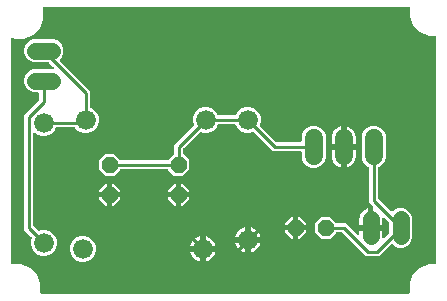
<source format=gbr>
G04 EAGLE Gerber RS-274X export*
G75*
%MOMM*%
%FSLAX34Y34*%
%LPD*%
%INTop Copper*%
%IPPOS*%
%AMOC8*
5,1,8,0,0,1.08239X$1,22.5*%
G01*
%ADD10C,1.422400*%
%ADD11P,1.429621X8X292.500000*%
%ADD12P,1.429621X8X202.500000*%
%ADD13C,1.676400*%
%ADD14C,1.524000*%
%ADD15C,0.254000*%

G36*
X346988Y10176D02*
X346988Y10176D01*
X347107Y10183D01*
X347145Y10196D01*
X347186Y10201D01*
X347296Y10244D01*
X347409Y10281D01*
X347444Y10303D01*
X347481Y10318D01*
X347577Y10387D01*
X347678Y10451D01*
X347706Y10481D01*
X347739Y10504D01*
X347815Y10596D01*
X347896Y10683D01*
X347916Y10718D01*
X347941Y10749D01*
X347992Y10857D01*
X348050Y10961D01*
X348060Y11001D01*
X348077Y11037D01*
X348099Y11154D01*
X348129Y11269D01*
X348133Y11329D01*
X348137Y11349D01*
X348135Y11370D01*
X348139Y11430D01*
X348139Y19250D01*
X351209Y26660D01*
X356880Y32331D01*
X364290Y35401D01*
X369370Y35401D01*
X369488Y35416D01*
X369607Y35423D01*
X369645Y35436D01*
X369686Y35441D01*
X369796Y35484D01*
X369909Y35521D01*
X369944Y35543D01*
X369981Y35558D01*
X370077Y35627D01*
X370178Y35691D01*
X370206Y35721D01*
X370239Y35744D01*
X370315Y35836D01*
X370396Y35923D01*
X370416Y35958D01*
X370441Y35989D01*
X370492Y36097D01*
X370550Y36201D01*
X370560Y36241D01*
X370577Y36277D01*
X370599Y36394D01*
X370629Y36509D01*
X370633Y36569D01*
X370637Y36589D01*
X370635Y36610D01*
X370639Y36670D01*
X370639Y227490D01*
X370624Y227608D01*
X370617Y227727D01*
X370604Y227765D01*
X370599Y227806D01*
X370556Y227916D01*
X370519Y228029D01*
X370497Y228064D01*
X370482Y228101D01*
X370413Y228197D01*
X370349Y228298D01*
X370319Y228326D01*
X370296Y228359D01*
X370204Y228435D01*
X370117Y228516D01*
X370082Y228536D01*
X370051Y228561D01*
X369943Y228612D01*
X369839Y228670D01*
X369799Y228680D01*
X369763Y228697D01*
X369646Y228719D01*
X369531Y228749D01*
X369471Y228753D01*
X369451Y228757D01*
X369430Y228755D01*
X369370Y228759D01*
X364290Y228759D01*
X356880Y231829D01*
X351209Y237500D01*
X348139Y244910D01*
X348139Y251970D01*
X348124Y252088D01*
X348117Y252207D01*
X348104Y252245D01*
X348099Y252286D01*
X348056Y252396D01*
X348019Y252509D01*
X347997Y252544D01*
X347982Y252581D01*
X347913Y252677D01*
X347849Y252778D01*
X347819Y252806D01*
X347796Y252839D01*
X347704Y252915D01*
X347617Y252996D01*
X347582Y253016D01*
X347551Y253041D01*
X347443Y253092D01*
X347339Y253150D01*
X347299Y253160D01*
X347263Y253177D01*
X347146Y253199D01*
X347031Y253229D01*
X346971Y253233D01*
X346951Y253237D01*
X346930Y253235D01*
X346870Y253239D01*
X38660Y253239D01*
X38611Y253233D01*
X38561Y253235D01*
X38454Y253213D01*
X38345Y253199D01*
X38298Y253181D01*
X38250Y253171D01*
X38151Y253123D01*
X38049Y253082D01*
X38009Y253053D01*
X37964Y253031D01*
X37881Y252960D01*
X37792Y252896D01*
X37760Y252857D01*
X37722Y252825D01*
X37659Y252735D01*
X37589Y252651D01*
X37568Y252606D01*
X37539Y252565D01*
X37500Y252462D01*
X37453Y252363D01*
X37444Y252314D01*
X37426Y252268D01*
X37414Y252158D01*
X37393Y252051D01*
X37397Y252001D01*
X37391Y251952D01*
X37406Y251843D01*
X37413Y251733D01*
X37429Y251686D01*
X37435Y251637D01*
X37488Y251484D01*
X37941Y250390D01*
X37941Y242370D01*
X34871Y234960D01*
X29200Y229289D01*
X21790Y226219D01*
X13770Y226219D01*
X11916Y226987D01*
X11868Y227000D01*
X11823Y227022D01*
X11715Y227042D01*
X11609Y227071D01*
X11559Y227072D01*
X11510Y227081D01*
X11401Y227075D01*
X11291Y227076D01*
X11243Y227065D01*
X11193Y227062D01*
X11089Y227028D01*
X10982Y227002D01*
X10938Y226979D01*
X10891Y226964D01*
X10798Y226905D01*
X10701Y226853D01*
X10664Y226820D01*
X10622Y226793D01*
X10547Y226713D01*
X10465Y226639D01*
X10438Y226598D01*
X10404Y226562D01*
X10351Y226466D01*
X10291Y226374D01*
X10274Y226327D01*
X10250Y226283D01*
X10223Y226177D01*
X10187Y226073D01*
X10183Y226023D01*
X10171Y225975D01*
X10161Y225815D01*
X10161Y36670D01*
X10176Y36552D01*
X10183Y36433D01*
X10196Y36395D01*
X10201Y36354D01*
X10244Y36244D01*
X10281Y36131D01*
X10303Y36096D01*
X10318Y36059D01*
X10387Y35963D01*
X10451Y35862D01*
X10481Y35834D01*
X10504Y35801D01*
X10596Y35725D01*
X10683Y35644D01*
X10718Y35624D01*
X10749Y35599D01*
X10857Y35548D01*
X10961Y35490D01*
X11001Y35480D01*
X11037Y35463D01*
X11154Y35441D01*
X11269Y35411D01*
X11329Y35407D01*
X11349Y35403D01*
X11370Y35405D01*
X11430Y35401D01*
X19250Y35401D01*
X26660Y32331D01*
X32331Y26660D01*
X35401Y19250D01*
X35401Y11430D01*
X35416Y11312D01*
X35423Y11193D01*
X35436Y11155D01*
X35441Y11114D01*
X35484Y11004D01*
X35521Y10891D01*
X35543Y10856D01*
X35558Y10819D01*
X35627Y10723D01*
X35691Y10622D01*
X35721Y10594D01*
X35744Y10561D01*
X35836Y10485D01*
X35923Y10404D01*
X35958Y10384D01*
X35989Y10359D01*
X36097Y10308D01*
X36201Y10250D01*
X36241Y10240D01*
X36277Y10223D01*
X36394Y10201D01*
X36509Y10171D01*
X36569Y10167D01*
X36589Y10163D01*
X36610Y10165D01*
X36670Y10161D01*
X346870Y10161D01*
X346988Y10176D01*
G37*
%LPC*%
G36*
X35927Y42417D02*
X35927Y42417D01*
X31913Y44080D01*
X28840Y47153D01*
X27177Y51167D01*
X27177Y55513D01*
X27837Y57106D01*
X27845Y57134D01*
X27858Y57160D01*
X27887Y57287D01*
X27921Y57412D01*
X27922Y57442D01*
X27928Y57471D01*
X27924Y57600D01*
X27926Y57730D01*
X27919Y57759D01*
X27918Y57789D01*
X27882Y57913D01*
X27852Y58040D01*
X27838Y58066D01*
X27830Y58094D01*
X27764Y58206D01*
X27703Y58321D01*
X27683Y58343D01*
X27668Y58368D01*
X27562Y58489D01*
X21589Y64462D01*
X21589Y161598D01*
X33918Y173927D01*
X33978Y174005D01*
X34046Y174077D01*
X34075Y174130D01*
X34112Y174178D01*
X34152Y174269D01*
X34200Y174356D01*
X34215Y174414D01*
X34239Y174470D01*
X34254Y174568D01*
X34279Y174664D01*
X34285Y174764D01*
X34289Y174784D01*
X34287Y174796D01*
X34289Y174824D01*
X34289Y179578D01*
X34274Y179696D01*
X34267Y179815D01*
X34254Y179853D01*
X34249Y179894D01*
X34206Y180004D01*
X34169Y180117D01*
X34147Y180152D01*
X34132Y180189D01*
X34063Y180285D01*
X33999Y180386D01*
X33969Y180414D01*
X33946Y180447D01*
X33854Y180523D01*
X33767Y180604D01*
X33732Y180624D01*
X33701Y180649D01*
X33593Y180700D01*
X33489Y180758D01*
X33449Y180768D01*
X33413Y180785D01*
X33296Y180807D01*
X33181Y180837D01*
X33121Y180841D01*
X33101Y180845D01*
X33080Y180843D01*
X33020Y180847D01*
X29068Y180847D01*
X25520Y182317D01*
X22805Y185032D01*
X21335Y188580D01*
X21335Y192420D01*
X22805Y195968D01*
X25520Y198683D01*
X29068Y200153D01*
X45394Y200153D01*
X45531Y200170D01*
X45670Y200183D01*
X45689Y200190D01*
X45709Y200193D01*
X45838Y200244D01*
X45969Y200291D01*
X45986Y200302D01*
X46005Y200310D01*
X46118Y200391D01*
X46233Y200469D01*
X46246Y200485D01*
X46262Y200496D01*
X46351Y200604D01*
X46443Y200708D01*
X46452Y200726D01*
X46465Y200741D01*
X46524Y200867D01*
X46588Y200991D01*
X46592Y201011D01*
X46601Y201029D01*
X46627Y201165D01*
X46657Y201301D01*
X46657Y201322D01*
X46661Y201341D01*
X46652Y201480D01*
X46648Y201619D01*
X46642Y201639D01*
X46641Y201659D01*
X46598Y201791D01*
X46559Y201925D01*
X46549Y201942D01*
X46543Y201961D01*
X46468Y202079D01*
X46398Y202199D01*
X46379Y202220D01*
X46373Y202230D01*
X46358Y202244D01*
X46291Y202319D01*
X42735Y205876D01*
X42657Y205936D01*
X42585Y206004D01*
X42532Y206033D01*
X42484Y206070D01*
X42393Y206110D01*
X42306Y206158D01*
X42248Y206173D01*
X42192Y206197D01*
X42094Y206212D01*
X41998Y206237D01*
X41898Y206243D01*
X41878Y206247D01*
X41866Y206245D01*
X41838Y206247D01*
X29068Y206247D01*
X25520Y207717D01*
X22805Y210432D01*
X21335Y213980D01*
X21335Y217820D01*
X22805Y221368D01*
X25520Y224083D01*
X29068Y225553D01*
X47132Y225553D01*
X50680Y224083D01*
X53395Y221368D01*
X54865Y217820D01*
X54865Y213980D01*
X53395Y210432D01*
X52074Y209111D01*
X52001Y209017D01*
X51922Y208927D01*
X51903Y208891D01*
X51879Y208859D01*
X51831Y208750D01*
X51777Y208644D01*
X51768Y208605D01*
X51752Y208567D01*
X51734Y208450D01*
X51708Y208334D01*
X51709Y208293D01*
X51702Y208253D01*
X51714Y208135D01*
X51717Y208016D01*
X51728Y207977D01*
X51732Y207937D01*
X51773Y207825D01*
X51806Y207710D01*
X51826Y207676D01*
X51840Y207637D01*
X51907Y207539D01*
X51967Y207436D01*
X52007Y207391D01*
X52018Y207374D01*
X52034Y207361D01*
X52074Y207316D01*
X74867Y184522D01*
X77471Y181918D01*
X77471Y168572D01*
X77474Y168543D01*
X77472Y168514D01*
X77494Y168385D01*
X77511Y168257D01*
X77521Y168229D01*
X77526Y168200D01*
X77580Y168082D01*
X77628Y167961D01*
X77645Y167937D01*
X77657Y167910D01*
X77738Y167809D01*
X77814Y167704D01*
X77837Y167685D01*
X77856Y167662D01*
X77959Y167584D01*
X78059Y167501D01*
X78086Y167488D01*
X78110Y167471D01*
X78254Y167400D01*
X79847Y166740D01*
X82920Y163667D01*
X84583Y159653D01*
X84583Y155307D01*
X82920Y151293D01*
X79847Y148220D01*
X75833Y146557D01*
X71487Y146557D01*
X67473Y148220D01*
X64935Y150758D01*
X64857Y150818D01*
X64785Y150886D01*
X64732Y150915D01*
X64684Y150952D01*
X64593Y150992D01*
X64507Y151040D01*
X64448Y151055D01*
X64392Y151079D01*
X64294Y151094D01*
X64199Y151119D01*
X64099Y151125D01*
X64078Y151129D01*
X64066Y151127D01*
X64038Y151129D01*
X49192Y151129D01*
X49163Y151126D01*
X49134Y151128D01*
X49005Y151106D01*
X48877Y151089D01*
X48849Y151079D01*
X48820Y151074D01*
X48702Y151020D01*
X48581Y150972D01*
X48557Y150955D01*
X48530Y150943D01*
X48429Y150862D01*
X48324Y150786D01*
X48305Y150763D01*
X48282Y150744D01*
X48204Y150641D01*
X48121Y150541D01*
X48108Y150514D01*
X48091Y150490D01*
X48020Y150346D01*
X47360Y148753D01*
X44287Y145680D01*
X40273Y144017D01*
X35927Y144017D01*
X31913Y145680D01*
X31377Y146215D01*
X31268Y146300D01*
X31161Y146389D01*
X31142Y146398D01*
X31126Y146410D01*
X30998Y146466D01*
X30873Y146525D01*
X30853Y146529D01*
X30834Y146537D01*
X30696Y146559D01*
X30560Y146585D01*
X30540Y146583D01*
X30520Y146587D01*
X30381Y146574D01*
X30243Y146565D01*
X30224Y146559D01*
X30204Y146557D01*
X30073Y146510D01*
X29941Y146467D01*
X29923Y146456D01*
X29904Y146449D01*
X29790Y146371D01*
X29672Y146297D01*
X29658Y146282D01*
X29641Y146271D01*
X29549Y146167D01*
X29454Y146065D01*
X29444Y146047D01*
X29431Y146032D01*
X29368Y145908D01*
X29300Y145787D01*
X29295Y145767D01*
X29286Y145749D01*
X29256Y145613D01*
X29221Y145479D01*
X29219Y145451D01*
X29216Y145439D01*
X29217Y145418D01*
X29211Y145318D01*
X29211Y68144D01*
X29223Y68046D01*
X29226Y67947D01*
X29243Y67889D01*
X29251Y67829D01*
X29287Y67737D01*
X29315Y67641D01*
X29345Y67589D01*
X29368Y67533D01*
X29426Y67453D01*
X29476Y67368D01*
X29542Y67292D01*
X29554Y67276D01*
X29564Y67268D01*
X29582Y67247D01*
X32951Y63878D01*
X32975Y63860D01*
X32994Y63837D01*
X33100Y63763D01*
X33202Y63683D01*
X33230Y63671D01*
X33254Y63654D01*
X33375Y63608D01*
X33494Y63557D01*
X33523Y63552D01*
X33551Y63542D01*
X33680Y63527D01*
X33808Y63507D01*
X33838Y63510D01*
X33867Y63506D01*
X33996Y63525D01*
X34125Y63537D01*
X34153Y63547D01*
X34182Y63551D01*
X34334Y63603D01*
X35927Y64263D01*
X40273Y64263D01*
X44287Y62600D01*
X47360Y59527D01*
X49023Y55513D01*
X49023Y51167D01*
X47360Y47153D01*
X44287Y44080D01*
X40273Y42417D01*
X35927Y42417D01*
G37*
%LPD*%
%LPC*%
G36*
X90192Y110235D02*
X90192Y110235D01*
X84835Y115592D01*
X84835Y123168D01*
X90192Y128525D01*
X97768Y128525D01*
X102730Y123562D01*
X102808Y123502D01*
X102880Y123434D01*
X102933Y123405D01*
X102981Y123368D01*
X103072Y123328D01*
X103159Y123280D01*
X103218Y123265D01*
X103273Y123241D01*
X103371Y123226D01*
X103467Y123201D01*
X103567Y123195D01*
X103587Y123191D01*
X103600Y123193D01*
X103628Y123191D01*
X142752Y123191D01*
X142851Y123203D01*
X142950Y123206D01*
X143008Y123223D01*
X143068Y123231D01*
X143160Y123267D01*
X143255Y123295D01*
X143307Y123325D01*
X143364Y123348D01*
X143444Y123406D01*
X143529Y123456D01*
X143604Y123522D01*
X143621Y123534D01*
X143629Y123544D01*
X143650Y123562D01*
X148218Y128130D01*
X148278Y128208D01*
X148346Y128280D01*
X148375Y128333D01*
X148412Y128381D01*
X148452Y128472D01*
X148500Y128559D01*
X148515Y128618D01*
X148539Y128673D01*
X148554Y128771D01*
X148579Y128867D01*
X148585Y128967D01*
X148589Y128987D01*
X148587Y129000D01*
X148589Y129028D01*
X148589Y136198D01*
X164722Y152331D01*
X164740Y152355D01*
X164763Y152374D01*
X164837Y152480D01*
X164917Y152582D01*
X164929Y152610D01*
X164946Y152634D01*
X164992Y152755D01*
X165043Y152874D01*
X165048Y152903D01*
X165058Y152931D01*
X165073Y153060D01*
X165093Y153188D01*
X165090Y153218D01*
X165094Y153247D01*
X165075Y153376D01*
X165063Y153505D01*
X165053Y153533D01*
X165049Y153562D01*
X164997Y153714D01*
X164337Y155307D01*
X164337Y159653D01*
X166000Y163667D01*
X169073Y166740D01*
X173087Y168403D01*
X177433Y168403D01*
X181447Y166740D01*
X184520Y163667D01*
X185180Y162074D01*
X185194Y162049D01*
X185203Y162021D01*
X185273Y161911D01*
X185337Y161798D01*
X185358Y161777D01*
X185374Y161752D01*
X185468Y161663D01*
X185558Y161570D01*
X185584Y161554D01*
X185605Y161534D01*
X185719Y161471D01*
X185830Y161403D01*
X185858Y161395D01*
X185884Y161380D01*
X186009Y161348D01*
X186134Y161310D01*
X186163Y161308D01*
X186192Y161301D01*
X186352Y161291D01*
X199728Y161291D01*
X199757Y161294D01*
X199786Y161292D01*
X199915Y161314D01*
X200043Y161331D01*
X200071Y161341D01*
X200100Y161346D01*
X200218Y161400D01*
X200339Y161448D01*
X200363Y161465D01*
X200390Y161477D01*
X200491Y161558D01*
X200596Y161634D01*
X200615Y161657D01*
X200638Y161676D01*
X200716Y161779D01*
X200799Y161879D01*
X200812Y161906D01*
X200829Y161930D01*
X200900Y162074D01*
X201560Y163667D01*
X204633Y166740D01*
X208647Y168403D01*
X212993Y168403D01*
X217007Y166740D01*
X220080Y163667D01*
X221743Y159653D01*
X221743Y155307D01*
X221083Y153714D01*
X221075Y153686D01*
X221062Y153660D01*
X221033Y153533D01*
X220999Y153408D01*
X220998Y153378D01*
X220992Y153349D01*
X220996Y153220D01*
X220994Y153090D01*
X221001Y153061D01*
X221002Y153031D01*
X221038Y152907D01*
X221068Y152780D01*
X221082Y152754D01*
X221090Y152726D01*
X221156Y152614D01*
X221217Y152499D01*
X221237Y152477D01*
X221252Y152452D01*
X221358Y152331D01*
X234887Y138802D01*
X234965Y138742D01*
X235037Y138674D01*
X235090Y138645D01*
X235138Y138608D01*
X235229Y138568D01*
X235316Y138520D01*
X235374Y138505D01*
X235430Y138481D01*
X235528Y138466D01*
X235624Y138441D01*
X235724Y138435D01*
X235744Y138431D01*
X235756Y138433D01*
X235784Y138431D01*
X255270Y138431D01*
X255388Y138446D01*
X255507Y138453D01*
X255545Y138466D01*
X255586Y138471D01*
X255696Y138514D01*
X255809Y138551D01*
X255844Y138573D01*
X255881Y138588D01*
X255977Y138657D01*
X256078Y138721D01*
X256106Y138751D01*
X256139Y138774D01*
X256215Y138866D01*
X256296Y138953D01*
X256316Y138988D01*
X256341Y139019D01*
X256392Y139127D01*
X256450Y139231D01*
X256460Y139271D01*
X256477Y139307D01*
X256499Y139424D01*
X256529Y139539D01*
X256533Y139599D01*
X256537Y139619D01*
X256535Y139640D01*
X256539Y139700D01*
X256539Y144261D01*
X258086Y147996D01*
X260944Y150854D01*
X264679Y152401D01*
X268721Y152401D01*
X272456Y150854D01*
X275314Y147996D01*
X276861Y144261D01*
X276861Y124979D01*
X275314Y121244D01*
X272456Y118386D01*
X268721Y116839D01*
X264679Y116839D01*
X260944Y118386D01*
X258086Y121244D01*
X256539Y124979D01*
X256539Y129540D01*
X256524Y129658D01*
X256517Y129777D01*
X256504Y129815D01*
X256499Y129856D01*
X256456Y129966D01*
X256419Y130079D01*
X256397Y130114D01*
X256382Y130151D01*
X256313Y130247D01*
X256249Y130348D01*
X256219Y130376D01*
X256196Y130409D01*
X256104Y130485D01*
X256017Y130566D01*
X255982Y130586D01*
X255951Y130611D01*
X255843Y130662D01*
X255739Y130720D01*
X255699Y130730D01*
X255663Y130747D01*
X255546Y130769D01*
X255431Y130799D01*
X255371Y130803D01*
X255351Y130807D01*
X255330Y130805D01*
X255270Y130809D01*
X232102Y130809D01*
X215969Y146942D01*
X215945Y146960D01*
X215926Y146983D01*
X215820Y147057D01*
X215718Y147137D01*
X215690Y147149D01*
X215666Y147166D01*
X215545Y147212D01*
X215426Y147263D01*
X215397Y147268D01*
X215369Y147278D01*
X215240Y147293D01*
X215112Y147313D01*
X215082Y147310D01*
X215053Y147314D01*
X214924Y147295D01*
X214795Y147283D01*
X214767Y147273D01*
X214738Y147269D01*
X214586Y147217D01*
X212993Y146557D01*
X208647Y146557D01*
X204633Y148220D01*
X201560Y151293D01*
X200900Y152886D01*
X200886Y152911D01*
X200877Y152939D01*
X200807Y153049D01*
X200743Y153162D01*
X200722Y153183D01*
X200706Y153208D01*
X200612Y153297D01*
X200522Y153390D01*
X200496Y153406D01*
X200475Y153426D01*
X200361Y153489D01*
X200250Y153557D01*
X200222Y153565D01*
X200196Y153580D01*
X200071Y153612D01*
X199946Y153650D01*
X199917Y153652D01*
X199888Y153659D01*
X199728Y153669D01*
X186352Y153669D01*
X186323Y153666D01*
X186294Y153668D01*
X186165Y153646D01*
X186037Y153629D01*
X186009Y153619D01*
X185980Y153614D01*
X185862Y153560D01*
X185741Y153512D01*
X185717Y153495D01*
X185690Y153483D01*
X185589Y153402D01*
X185484Y153326D01*
X185465Y153303D01*
X185442Y153284D01*
X185364Y153181D01*
X185281Y153081D01*
X185268Y153054D01*
X185251Y153030D01*
X185180Y152886D01*
X184520Y151293D01*
X181447Y148220D01*
X177433Y146557D01*
X173087Y146557D01*
X171494Y147217D01*
X171466Y147225D01*
X171440Y147238D01*
X171313Y147267D01*
X171188Y147301D01*
X171158Y147302D01*
X171129Y147308D01*
X171000Y147304D01*
X170870Y147306D01*
X170841Y147299D01*
X170811Y147298D01*
X170687Y147262D01*
X170560Y147232D01*
X170534Y147218D01*
X170506Y147210D01*
X170394Y147144D01*
X170279Y147083D01*
X170257Y147063D01*
X170232Y147048D01*
X170111Y146942D01*
X156582Y133413D01*
X156522Y133335D01*
X156454Y133263D01*
X156425Y133210D01*
X156388Y133162D01*
X156348Y133071D01*
X156300Y132984D01*
X156285Y132926D01*
X156261Y132870D01*
X156246Y132772D01*
X156221Y132676D01*
X156215Y132576D01*
X156211Y132556D01*
X156213Y132544D01*
X156211Y132516D01*
X156211Y129028D01*
X156223Y128929D01*
X156226Y128830D01*
X156243Y128772D01*
X156251Y128712D01*
X156287Y128620D01*
X156315Y128525D01*
X156345Y128473D01*
X156368Y128416D01*
X156426Y128336D01*
X156476Y128251D01*
X156542Y128176D01*
X156554Y128159D01*
X156564Y128151D01*
X156582Y128130D01*
X161545Y123168D01*
X161545Y115592D01*
X156188Y110235D01*
X148612Y110235D01*
X143650Y115198D01*
X143572Y115258D01*
X143500Y115326D01*
X143447Y115355D01*
X143399Y115392D01*
X143308Y115432D01*
X143221Y115480D01*
X143162Y115495D01*
X143107Y115519D01*
X143009Y115534D01*
X142913Y115559D01*
X142813Y115565D01*
X142793Y115569D01*
X142780Y115567D01*
X142752Y115569D01*
X103628Y115569D01*
X103529Y115557D01*
X103430Y115554D01*
X103372Y115537D01*
X103312Y115529D01*
X103220Y115493D01*
X103125Y115465D01*
X103073Y115435D01*
X103016Y115412D01*
X102936Y115354D01*
X102851Y115304D01*
X102776Y115238D01*
X102759Y115226D01*
X102751Y115216D01*
X102730Y115198D01*
X97768Y110235D01*
X90192Y110235D01*
G37*
%LPD*%
%LPC*%
G36*
X310842Y41909D02*
X310842Y41909D01*
X290893Y61858D01*
X290815Y61918D01*
X290743Y61986D01*
X290690Y62015D01*
X290642Y62052D01*
X290551Y62092D01*
X290464Y62140D01*
X290406Y62155D01*
X290350Y62179D01*
X290252Y62194D01*
X290156Y62219D01*
X290056Y62225D01*
X290036Y62229D01*
X290024Y62227D01*
X289996Y62229D01*
X286508Y62229D01*
X286409Y62217D01*
X286310Y62214D01*
X286252Y62197D01*
X286192Y62189D01*
X286100Y62153D01*
X286005Y62125D01*
X285953Y62095D01*
X285896Y62072D01*
X285816Y62014D01*
X285731Y61964D01*
X285656Y61898D01*
X285639Y61886D01*
X285631Y61876D01*
X285610Y61858D01*
X280648Y56895D01*
X273072Y56895D01*
X267715Y62252D01*
X267715Y69828D01*
X273072Y75185D01*
X280648Y75185D01*
X285610Y70222D01*
X285688Y70162D01*
X285760Y70094D01*
X285813Y70065D01*
X285861Y70028D01*
X285952Y69988D01*
X286039Y69940D01*
X286098Y69925D01*
X286153Y69901D01*
X286251Y69886D01*
X286347Y69861D01*
X286447Y69855D01*
X286467Y69851D01*
X286480Y69853D01*
X286508Y69851D01*
X293678Y69851D01*
X303141Y60389D01*
X303250Y60303D01*
X303357Y60215D01*
X303376Y60206D01*
X303392Y60194D01*
X303520Y60138D01*
X303645Y60079D01*
X303665Y60075D01*
X303684Y60067D01*
X303822Y60045D01*
X303958Y60019D01*
X303978Y60021D01*
X303998Y60018D01*
X304137Y60031D01*
X304275Y60039D01*
X304294Y60045D01*
X304314Y60047D01*
X304446Y60095D01*
X304577Y60137D01*
X304595Y60148D01*
X304614Y60155D01*
X304729Y60233D01*
X304846Y60307D01*
X304860Y60322D01*
X304877Y60334D01*
X304969Y60438D01*
X305064Y60539D01*
X305074Y60557D01*
X305087Y60572D01*
X305151Y60696D01*
X305218Y60818D01*
X305223Y60837D01*
X305232Y60855D01*
X305262Y60991D01*
X305297Y61125D01*
X305299Y61154D01*
X305302Y61165D01*
X305301Y61186D01*
X305307Y61286D01*
X305307Y63755D01*
X313944Y63755D01*
X314062Y63770D01*
X314181Y63777D01*
X314219Y63789D01*
X314259Y63795D01*
X314370Y63838D01*
X314483Y63875D01*
X314517Y63897D01*
X314555Y63912D01*
X314651Y63981D01*
X314752Y64045D01*
X314780Y64075D01*
X314812Y64098D01*
X314888Y64190D01*
X314963Y64270D01*
X314997Y64216D01*
X315027Y64188D01*
X315051Y64155D01*
X315142Y64079D01*
X315229Y63998D01*
X315264Y63978D01*
X315296Y63953D01*
X315403Y63902D01*
X315508Y63844D01*
X315547Y63834D01*
X315583Y63817D01*
X315700Y63795D01*
X315816Y63765D01*
X315876Y63761D01*
X315896Y63757D01*
X315916Y63759D01*
X315976Y63755D01*
X324613Y63755D01*
X324613Y58746D01*
X324630Y58609D01*
X324643Y58470D01*
X324650Y58451D01*
X324653Y58431D01*
X324704Y58301D01*
X324751Y58171D01*
X324762Y58154D01*
X324770Y58135D01*
X324851Y58023D01*
X324929Y57907D01*
X324945Y57894D01*
X324956Y57878D01*
X325063Y57789D01*
X325168Y57697D01*
X325186Y57688D01*
X325201Y57675D01*
X325327Y57616D01*
X325451Y57552D01*
X325471Y57548D01*
X325489Y57539D01*
X325626Y57513D01*
X325761Y57483D01*
X325782Y57483D01*
X325801Y57479D01*
X325940Y57488D01*
X326079Y57492D01*
X326099Y57498D01*
X326119Y57499D01*
X326251Y57542D01*
X326385Y57581D01*
X326402Y57591D01*
X326421Y57597D01*
X326539Y57672D01*
X326659Y57742D01*
X326680Y57761D01*
X326690Y57767D01*
X326704Y57782D01*
X326779Y57849D01*
X330336Y61405D01*
X330396Y61483D01*
X330464Y61555D01*
X330493Y61608D01*
X330530Y61656D01*
X330570Y61747D01*
X330618Y61834D01*
X330633Y61892D01*
X330657Y61948D01*
X330672Y62046D01*
X330697Y62141D01*
X330703Y62242D01*
X330707Y62262D01*
X330705Y62274D01*
X330707Y62302D01*
X330707Y69778D01*
X330695Y69876D01*
X330692Y69975D01*
X330675Y70033D01*
X330667Y70093D01*
X330631Y70185D01*
X330603Y70281D01*
X330573Y70333D01*
X330550Y70389D01*
X330492Y70469D01*
X330442Y70554D01*
X330376Y70630D01*
X330364Y70646D01*
X330354Y70654D01*
X330336Y70675D01*
X326779Y74231D01*
X326670Y74317D01*
X326563Y74405D01*
X326544Y74414D01*
X326528Y74426D01*
X326400Y74482D01*
X326275Y74541D01*
X326255Y74545D01*
X326236Y74553D01*
X326098Y74575D01*
X325962Y74601D01*
X325942Y74599D01*
X325922Y74602D01*
X325783Y74589D01*
X325645Y74581D01*
X325626Y74575D01*
X325606Y74573D01*
X325474Y74525D01*
X325343Y74483D01*
X325325Y74472D01*
X325306Y74465D01*
X325191Y74387D01*
X325074Y74313D01*
X325060Y74298D01*
X325043Y74286D01*
X324951Y74182D01*
X324856Y74081D01*
X324846Y74063D01*
X324833Y74048D01*
X324769Y73924D01*
X324702Y73802D01*
X324697Y73783D01*
X324688Y73765D01*
X324658Y73629D01*
X324623Y73495D01*
X324621Y73466D01*
X324618Y73455D01*
X324619Y73434D01*
X324613Y73334D01*
X324613Y68325D01*
X317245Y68325D01*
X317245Y83240D01*
X317233Y83338D01*
X317230Y83437D01*
X317213Y83495D01*
X317205Y83555D01*
X317169Y83647D01*
X317141Y83743D01*
X317111Y83795D01*
X317088Y83851D01*
X317030Y83931D01*
X316980Y84016D01*
X316914Y84092D01*
X316902Y84108D01*
X316892Y84116D01*
X316874Y84137D01*
X313689Y87322D01*
X313689Y116732D01*
X313686Y116762D01*
X313688Y116791D01*
X313666Y116919D01*
X313649Y117048D01*
X313639Y117075D01*
X313634Y117105D01*
X313580Y117223D01*
X313532Y117344D01*
X313515Y117368D01*
X313503Y117394D01*
X313422Y117496D01*
X313346Y117601D01*
X313323Y117620D01*
X313304Y117643D01*
X313201Y117721D01*
X313101Y117804D01*
X313074Y117816D01*
X313050Y117834D01*
X312906Y117905D01*
X311744Y118386D01*
X308886Y121244D01*
X307339Y124979D01*
X307339Y144261D01*
X308886Y147996D01*
X311744Y150854D01*
X315479Y152401D01*
X319521Y152401D01*
X323256Y150854D01*
X326114Y147996D01*
X327661Y144261D01*
X327661Y124979D01*
X326114Y121244D01*
X323256Y118386D01*
X322094Y117905D01*
X322069Y117890D01*
X322041Y117881D01*
X321931Y117812D01*
X321818Y117748D01*
X321797Y117727D01*
X321772Y117711D01*
X321683Y117617D01*
X321590Y117526D01*
X321574Y117501D01*
X321554Y117480D01*
X321491Y117366D01*
X321423Y117255D01*
X321415Y117227D01*
X321400Y117201D01*
X321368Y117075D01*
X321330Y116951D01*
X321328Y116922D01*
X321321Y116893D01*
X321311Y116732D01*
X321311Y91004D01*
X321323Y90906D01*
X321326Y90807D01*
X321343Y90749D01*
X321351Y90689D01*
X321387Y90597D01*
X321415Y90501D01*
X321445Y90449D01*
X321468Y90393D01*
X321526Y90313D01*
X321576Y90228D01*
X321642Y90152D01*
X321654Y90136D01*
X321664Y90128D01*
X321682Y90107D01*
X331776Y80014D01*
X331870Y79941D01*
X331959Y79862D01*
X331995Y79843D01*
X332027Y79819D01*
X332136Y79771D01*
X332242Y79717D01*
X332282Y79708D01*
X332319Y79692D01*
X332437Y79674D01*
X332552Y79648D01*
X332593Y79649D01*
X332633Y79642D01*
X332751Y79654D01*
X332870Y79657D01*
X332909Y79668D01*
X332949Y79672D01*
X333061Y79713D01*
X333176Y79746D01*
X333211Y79766D01*
X333249Y79780D01*
X333347Y79847D01*
X333450Y79907D01*
X333495Y79947D01*
X333512Y79958D01*
X333525Y79974D01*
X333571Y80014D01*
X334892Y81335D01*
X338440Y82805D01*
X342280Y82805D01*
X345828Y81335D01*
X348543Y78620D01*
X350013Y75072D01*
X350013Y57008D01*
X348543Y53460D01*
X345828Y50745D01*
X342280Y49275D01*
X338440Y49275D01*
X334892Y50745D01*
X333571Y52066D01*
X333477Y52139D01*
X333387Y52218D01*
X333351Y52237D01*
X333319Y52261D01*
X333210Y52309D01*
X333104Y52363D01*
X333065Y52372D01*
X333027Y52388D01*
X332910Y52406D01*
X332794Y52432D01*
X332753Y52431D01*
X332713Y52438D01*
X332595Y52426D01*
X332476Y52423D01*
X332437Y52412D01*
X332397Y52408D01*
X332285Y52367D01*
X332170Y52334D01*
X332136Y52314D01*
X332097Y52300D01*
X331999Y52233D01*
X331896Y52173D01*
X331851Y52133D01*
X331834Y52122D01*
X331821Y52106D01*
X331776Y52066D01*
X321618Y41909D01*
X310842Y41909D01*
G37*
%LPD*%
%LPC*%
G36*
X68947Y37337D02*
X68947Y37337D01*
X64933Y39000D01*
X61860Y42073D01*
X60197Y46087D01*
X60197Y50433D01*
X61860Y54447D01*
X64933Y57520D01*
X68947Y59183D01*
X73293Y59183D01*
X77307Y57520D01*
X80380Y54447D01*
X82043Y50433D01*
X82043Y46087D01*
X80380Y42073D01*
X77307Y39000D01*
X73293Y37337D01*
X68947Y37337D01*
G37*
%LPD*%
%LPC*%
G36*
X294639Y137159D02*
X294639Y137159D01*
X294639Y152099D01*
X296000Y151656D01*
X297425Y150930D01*
X298719Y149990D01*
X299850Y148859D01*
X300790Y147565D01*
X301516Y146140D01*
X302011Y144619D01*
X302261Y143040D01*
X302261Y137159D01*
X294639Y137159D01*
G37*
%LPD*%
%LPC*%
G36*
X294639Y132081D02*
X294639Y132081D01*
X302261Y132081D01*
X302261Y126200D01*
X302011Y124621D01*
X301516Y123100D01*
X300790Y121675D01*
X299850Y120381D01*
X298719Y119250D01*
X297425Y118310D01*
X296000Y117584D01*
X294639Y117141D01*
X294639Y132081D01*
G37*
%LPD*%
%LPC*%
G36*
X281939Y137159D02*
X281939Y137159D01*
X281939Y143040D01*
X282189Y144619D01*
X282684Y146140D01*
X283410Y147565D01*
X284350Y148859D01*
X285481Y149990D01*
X286775Y150930D01*
X288200Y151656D01*
X289561Y152099D01*
X289561Y137159D01*
X281939Y137159D01*
G37*
%LPD*%
%LPC*%
G36*
X288200Y117584D02*
X288200Y117584D01*
X286775Y118310D01*
X285724Y119073D01*
X285481Y119250D01*
X284350Y120381D01*
X283410Y121675D01*
X282684Y123100D01*
X282189Y124621D01*
X281939Y126200D01*
X281939Y132081D01*
X289561Y132081D01*
X289561Y117141D01*
X288200Y117584D01*
G37*
%LPD*%
%LPC*%
G36*
X305307Y68325D02*
X305307Y68325D01*
X305307Y73912D01*
X305545Y75412D01*
X306014Y76857D01*
X306704Y78211D01*
X307597Y79440D01*
X308672Y80515D01*
X309901Y81408D01*
X311255Y82098D01*
X312675Y82559D01*
X312675Y68325D01*
X305307Y68325D01*
G37*
%LPD*%
%LPC*%
G36*
X175259Y50799D02*
X175259Y50799D01*
X175259Y58917D01*
X175278Y58914D01*
X176913Y58383D01*
X178445Y57602D01*
X179836Y56591D01*
X181051Y55376D01*
X182062Y53985D01*
X182843Y52453D01*
X183374Y50818D01*
X183377Y50799D01*
X175259Y50799D01*
G37*
%LPD*%
%LPC*%
G36*
X213359Y58419D02*
X213359Y58419D01*
X213359Y66537D01*
X213378Y66534D01*
X215013Y66003D01*
X216545Y65222D01*
X217936Y64211D01*
X219151Y62996D01*
X220162Y61605D01*
X220943Y60073D01*
X221474Y58438D01*
X221477Y58419D01*
X213359Y58419D01*
G37*
%LPD*%
%LPC*%
G36*
X213359Y53341D02*
X213359Y53341D01*
X221477Y53341D01*
X221474Y53322D01*
X220943Y51687D01*
X220162Y50155D01*
X219151Y48764D01*
X217936Y47549D01*
X216545Y46538D01*
X215013Y45757D01*
X213378Y45226D01*
X213359Y45223D01*
X213359Y53341D01*
G37*
%LPD*%
%LPC*%
G36*
X162063Y50799D02*
X162063Y50799D01*
X162066Y50818D01*
X162597Y52453D01*
X163378Y53985D01*
X164389Y55376D01*
X165604Y56591D01*
X166995Y57602D01*
X168527Y58383D01*
X170162Y58914D01*
X170181Y58917D01*
X170181Y50799D01*
X162063Y50799D01*
G37*
%LPD*%
%LPC*%
G36*
X200163Y58419D02*
X200163Y58419D01*
X200166Y58438D01*
X200697Y60073D01*
X201478Y61605D01*
X202489Y62996D01*
X203704Y64211D01*
X205095Y65222D01*
X206627Y66003D01*
X208262Y66534D01*
X208281Y66537D01*
X208281Y58419D01*
X200163Y58419D01*
G37*
%LPD*%
%LPC*%
G36*
X175259Y45721D02*
X175259Y45721D01*
X183377Y45721D01*
X183374Y45702D01*
X182843Y44067D01*
X182062Y42535D01*
X181051Y41144D01*
X179836Y39929D01*
X178445Y38918D01*
X176913Y38137D01*
X175278Y37606D01*
X175259Y37603D01*
X175259Y45721D01*
G37*
%LPD*%
%LPC*%
G36*
X208262Y45226D02*
X208262Y45226D01*
X206627Y45757D01*
X205095Y46538D01*
X204837Y46726D01*
X203704Y47549D01*
X202489Y48764D01*
X201478Y50155D01*
X200697Y51687D01*
X200166Y53322D01*
X200163Y53341D01*
X208281Y53341D01*
X208281Y45223D01*
X208262Y45226D01*
G37*
%LPD*%
%LPC*%
G36*
X170162Y37606D02*
X170162Y37606D01*
X168527Y38137D01*
X166995Y38918D01*
X165604Y39929D01*
X164389Y41144D01*
X163378Y42535D01*
X162597Y44067D01*
X162066Y45702D01*
X162063Y45721D01*
X170181Y45721D01*
X170181Y37603D01*
X170162Y37606D01*
G37*
%LPD*%
%LPC*%
G36*
X253491Y68071D02*
X253491Y68071D01*
X253491Y75185D01*
X255248Y75185D01*
X260605Y69828D01*
X260605Y68071D01*
X253491Y68071D01*
G37*
%LPD*%
%LPC*%
G36*
X96011Y96011D02*
X96011Y96011D01*
X96011Y103125D01*
X97768Y103125D01*
X103125Y97768D01*
X103125Y96011D01*
X96011Y96011D01*
G37*
%LPD*%
%LPC*%
G36*
X154431Y96011D02*
X154431Y96011D01*
X154431Y103125D01*
X156188Y103125D01*
X161545Y97768D01*
X161545Y96011D01*
X154431Y96011D01*
G37*
%LPD*%
%LPC*%
G36*
X242315Y68071D02*
X242315Y68071D01*
X242315Y69828D01*
X247672Y75185D01*
X249429Y75185D01*
X249429Y68071D01*
X242315Y68071D01*
G37*
%LPD*%
%LPC*%
G36*
X84835Y96011D02*
X84835Y96011D01*
X84835Y97768D01*
X90192Y103125D01*
X91949Y103125D01*
X91949Y96011D01*
X84835Y96011D01*
G37*
%LPD*%
%LPC*%
G36*
X143255Y96011D02*
X143255Y96011D01*
X143255Y97768D01*
X148612Y103125D01*
X150369Y103125D01*
X150369Y96011D01*
X143255Y96011D01*
G37*
%LPD*%
%LPC*%
G36*
X154431Y84835D02*
X154431Y84835D01*
X154431Y91949D01*
X161545Y91949D01*
X161545Y90192D01*
X156188Y84835D01*
X154431Y84835D01*
G37*
%LPD*%
%LPC*%
G36*
X253491Y56895D02*
X253491Y56895D01*
X253491Y64009D01*
X260605Y64009D01*
X260605Y62252D01*
X255248Y56895D01*
X253491Y56895D01*
G37*
%LPD*%
%LPC*%
G36*
X96011Y84835D02*
X96011Y84835D01*
X96011Y91949D01*
X103125Y91949D01*
X103125Y90192D01*
X97768Y84835D01*
X96011Y84835D01*
G37*
%LPD*%
%LPC*%
G36*
X148612Y84835D02*
X148612Y84835D01*
X143255Y90192D01*
X143255Y91949D01*
X150369Y91949D01*
X150369Y84835D01*
X148612Y84835D01*
G37*
%LPD*%
%LPC*%
G36*
X247672Y56895D02*
X247672Y56895D01*
X242315Y62252D01*
X242315Y64009D01*
X249429Y64009D01*
X249429Y56895D01*
X247672Y56895D01*
G37*
%LPD*%
%LPC*%
G36*
X90192Y84835D02*
X90192Y84835D01*
X84835Y90192D01*
X84835Y91949D01*
X91949Y91949D01*
X91949Y84835D01*
X90192Y84835D01*
G37*
%LPD*%
%LPC*%
G36*
X210819Y55879D02*
X210819Y55879D01*
X210819Y55881D01*
X210821Y55881D01*
X210821Y55879D01*
X210819Y55879D01*
G37*
%LPD*%
%LPC*%
G36*
X292099Y134619D02*
X292099Y134619D01*
X292099Y134621D01*
X292101Y134621D01*
X292101Y134619D01*
X292099Y134619D01*
G37*
%LPD*%
%LPC*%
G36*
X172719Y48259D02*
X172719Y48259D01*
X172719Y48261D01*
X172721Y48261D01*
X172721Y48259D01*
X172719Y48259D01*
G37*
%LPD*%
D10*
X340360Y73152D02*
X340360Y58928D01*
X314960Y58928D02*
X314960Y73152D01*
D11*
X93980Y119380D03*
X93980Y93980D03*
X152400Y119380D03*
X152400Y93980D03*
D12*
X276860Y66040D03*
X251460Y66040D03*
D13*
X73660Y157480D03*
X175260Y157480D03*
X210820Y55880D03*
X210820Y157480D03*
X71120Y48260D03*
X172720Y48260D03*
X38100Y53340D03*
X38100Y154940D03*
D14*
X266700Y142240D02*
X266700Y127000D01*
X292100Y127000D02*
X292100Y142240D01*
X317500Y142240D02*
X317500Y127000D01*
D10*
X45212Y215900D02*
X30988Y215900D01*
X30988Y190500D02*
X45212Y190500D01*
D15*
X38100Y215900D02*
X73660Y180340D01*
X73660Y157480D01*
X71120Y154940D02*
X38100Y154940D01*
X71120Y154940D02*
X73660Y157480D01*
X38100Y172720D02*
X38100Y190500D01*
X38100Y172720D02*
X25400Y160020D01*
X25400Y66040D01*
X38100Y53340D01*
X93980Y93980D02*
X152400Y93980D01*
X220980Y66040D02*
X251460Y66040D01*
X220980Y66040D02*
X210820Y55880D01*
X203200Y48260D02*
X172720Y48260D01*
X203200Y48260D02*
X210820Y55880D01*
X152400Y68580D02*
X152400Y93980D01*
X152400Y68580D02*
X172720Y48260D01*
X152400Y119380D02*
X93980Y119380D01*
X233680Y134620D02*
X266700Y134620D01*
X210820Y157480D02*
X175260Y157480D01*
X152400Y134620D02*
X152400Y119380D01*
X152400Y134620D02*
X175260Y157480D01*
X210820Y157480D02*
X233680Y134620D01*
X276860Y66040D02*
X292100Y66040D01*
X312420Y45720D01*
X320040Y45720D01*
X340360Y66040D01*
X317500Y88900D02*
X317500Y134620D01*
X317500Y88900D02*
X340360Y66040D01*
M02*

</source>
